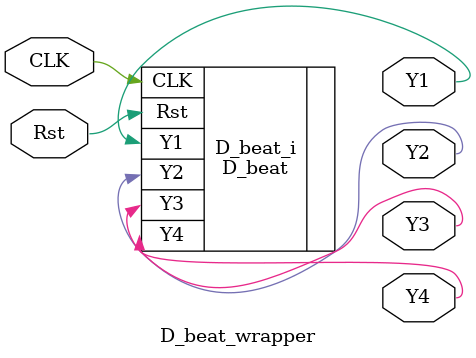
<source format=v>
`timescale 1 ps / 1 ps

module D_beat_wrapper
   (CLK,
    Rst,
    Y1,
    Y2,
    Y3,
    Y4);
  input CLK;
  input Rst;
  output Y1;
  output Y2;
  output Y3;
  output Y4;

  wire CLK;
  wire Rst;
  wire Y1;
  wire Y2;
  wire Y3;
  wire Y4;

  D_beat D_beat_i
       (.CLK(CLK),
        .Rst(Rst),
        .Y1(Y1),
        .Y2(Y2),
        .Y3(Y3),
        .Y4(Y4));
endmodule

</source>
